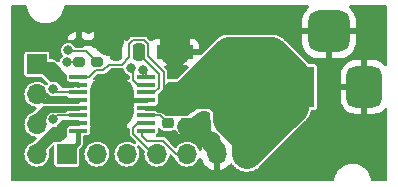
<source format=gtl>
%TF.GenerationSoftware,KiCad,Pcbnew,(6.0.5-0)*%
%TF.CreationDate,2023-01-17T15:21:48+09:00*%
%TF.ProjectId,stepper,73746570-7065-4722-9e6b-696361645f70,rev?*%
%TF.SameCoordinates,Original*%
%TF.FileFunction,Copper,L1,Top*%
%TF.FilePolarity,Positive*%
%FSLAX46Y46*%
G04 Gerber Fmt 4.6, Leading zero omitted, Abs format (unit mm)*
G04 Created by KiCad (PCBNEW (6.0.5-0)) date 2023-01-17 15:21:48*
%MOMM*%
%LPD*%
G01*
G04 APERTURE LIST*
G04 Aperture macros list*
%AMRoundRect*
0 Rectangle with rounded corners*
0 $1 Rounding radius*
0 $2 $3 $4 $5 $6 $7 $8 $9 X,Y pos of 4 corners*
0 Add a 4 corners polygon primitive as box body*
4,1,4,$2,$3,$4,$5,$6,$7,$8,$9,$2,$3,0*
0 Add four circle primitives for the rounded corners*
1,1,$1+$1,$2,$3*
1,1,$1+$1,$4,$5*
1,1,$1+$1,$6,$7*
1,1,$1+$1,$8,$9*
0 Add four rect primitives between the rounded corners*
20,1,$1+$1,$2,$3,$4,$5,0*
20,1,$1+$1,$4,$5,$6,$7,0*
20,1,$1+$1,$6,$7,$8,$9,0*
20,1,$1+$1,$8,$9,$2,$3,0*%
G04 Aperture macros list end*
%TA.AperFunction,SMDPad,CuDef*%
%ADD10RoundRect,0.100000X-0.675000X-0.100000X0.675000X-0.100000X0.675000X0.100000X-0.675000X0.100000X0*%
%TD*%
%TA.AperFunction,ComponentPad*%
%ADD11C,0.600000*%
%TD*%
%TA.AperFunction,SMDPad,CuDef*%
%ADD12R,3.000000X3.000000*%
%TD*%
%TA.AperFunction,ComponentPad*%
%ADD13R,1.700000X1.700000*%
%TD*%
%TA.AperFunction,ComponentPad*%
%ADD14O,1.700000X1.700000*%
%TD*%
%TA.AperFunction,SMDPad,CuDef*%
%ADD15RoundRect,0.250000X0.250000X0.475000X-0.250000X0.475000X-0.250000X-0.475000X0.250000X-0.475000X0*%
%TD*%
%TA.AperFunction,SMDPad,CuDef*%
%ADD16RoundRect,0.200000X0.275000X-0.200000X0.275000X0.200000X-0.275000X0.200000X-0.275000X-0.200000X0*%
%TD*%
%TA.AperFunction,ComponentPad*%
%ADD17R,3.500000X3.500000*%
%TD*%
%TA.AperFunction,ComponentPad*%
%ADD18RoundRect,0.750000X0.750000X1.000000X-0.750000X1.000000X-0.750000X-1.000000X0.750000X-1.000000X0*%
%TD*%
%TA.AperFunction,ComponentPad*%
%ADD19RoundRect,0.875000X0.875000X0.875000X-0.875000X0.875000X-0.875000X-0.875000X0.875000X-0.875000X0*%
%TD*%
%TA.AperFunction,SMDPad,CuDef*%
%ADD20RoundRect,0.225000X0.250000X-0.225000X0.250000X0.225000X-0.250000X0.225000X-0.250000X-0.225000X0*%
%TD*%
%TA.AperFunction,SMDPad,CuDef*%
%ADD21RoundRect,0.225000X-0.250000X0.225000X-0.250000X-0.225000X0.250000X-0.225000X0.250000X0.225000X0*%
%TD*%
%TA.AperFunction,SMDPad,CuDef*%
%ADD22RoundRect,0.250000X-0.250000X-0.475000X0.250000X-0.475000X0.250000X0.475000X-0.250000X0.475000X0*%
%TD*%
%TA.AperFunction,SMDPad,CuDef*%
%ADD23R,3.098800X1.219200*%
%TD*%
%TA.AperFunction,ViaPad*%
%ADD24C,0.800000*%
%TD*%
%TA.AperFunction,Conductor*%
%ADD25C,0.381000*%
%TD*%
%TA.AperFunction,Conductor*%
%ADD26C,2.540000*%
%TD*%
%TA.AperFunction,Conductor*%
%ADD27C,0.762000*%
%TD*%
%TA.AperFunction,Conductor*%
%ADD28C,1.524000*%
%TD*%
%TA.AperFunction,Conductor*%
%ADD29C,0.203200*%
%TD*%
G04 APERTURE END LIST*
D10*
%TO.P,U1,1,NSLEEP*%
%TO.N,/VIN*%
X146755000Y-98115000D03*
%TO.P,U1,2,AOUT1*%
%TO.N,Net-(J1-Pad1)*%
X146755000Y-98765000D03*
%TO.P,U1,3,SENA*%
%TO.N,Net-(RSENA1-Pad1)*%
X146755000Y-99415000D03*
%TO.P,U1,4,AOUT2*%
%TO.N,Net-(J1-Pad2)*%
X146755000Y-100065000D03*
%TO.P,U1,5,BOUT2*%
%TO.N,Net-(J1-Pad3)*%
X146755000Y-100715000D03*
%TO.P,U1,6,SENB*%
%TO.N,Net-(RSENB1-Pad1)*%
X146755000Y-101365000D03*
%TO.P,U1,7,BOUT1*%
%TO.N,Net-(J1-Pad4)*%
X146755000Y-102015000D03*
%TO.P,U1,8,FAULT*%
%TO.N,/FAULT*%
X146755000Y-102665000D03*
%TO.P,U1,9,BIN1*%
%TO.N,/BIN2*%
X152505000Y-102665000D03*
%TO.P,U1,10,BIN2*%
%TO.N,/BIN1*%
X152505000Y-102015000D03*
%TO.P,U1,11,BST*%
%TO.N,Net-(C2-Pad1)*%
X152505000Y-101365000D03*
%TO.P,U1,12,VIN*%
%TO.N,/VIN*%
X152505000Y-100715000D03*
%TO.P,U1,13,GND*%
%TO.N,GND*%
X152505000Y-100065000D03*
%TO.P,U1,14,VDD*%
%TO.N,Net-(C1-Pad2)*%
X152505000Y-99415000D03*
%TO.P,U1,15,AIN2*%
%TO.N,/AIN2*%
X152505000Y-98765000D03*
%TO.P,U1,16,AIN1*%
%TO.N,/AIN1*%
X152505000Y-98115000D03*
D11*
%TO.P,U1,17,EPAD*%
%TO.N,GND*%
X150830000Y-101590000D03*
X148430000Y-101590000D03*
X150830000Y-99190000D03*
X148430000Y-99190000D03*
D12*
X149630000Y-100390000D03*
%TD*%
D13*
%TO.P,J2,1,Pin_1*%
%TO.N,/FAULT*%
X145812000Y-104648000D03*
D14*
%TO.P,J2,2,Pin_2*%
%TO.N,/AIN1*%
X148352000Y-104648000D03*
%TO.P,J2,3,Pin_3*%
%TO.N,/AIN2*%
X150892000Y-104648000D03*
%TO.P,J2,4,Pin_4*%
%TO.N,/BIN1*%
X153432000Y-104648000D03*
%TO.P,J2,5,Pin_5*%
%TO.N,/BIN2*%
X155972000Y-104648000D03*
%TD*%
D13*
%TO.P,J3,1,Pin_1*%
%TO.N,/VIN*%
X161052000Y-104648000D03*
D14*
%TO.P,J3,2,Pin_2*%
%TO.N,GND*%
X158512000Y-104648000D03*
%TD*%
D13*
%TO.P,J1,1,Pin_1*%
%TO.N,Net-(J1-Pad1)*%
X143272000Y-97028000D03*
D14*
%TO.P,J1,2,Pin_2*%
%TO.N,Net-(J1-Pad2)*%
X143272000Y-99568000D03*
%TO.P,J1,3,Pin_3*%
%TO.N,Net-(J1-Pad3)*%
X143272000Y-102108000D03*
%TO.P,J1,4,Pin_4*%
%TO.N,Net-(J1-Pad4)*%
X143272000Y-104648000D03*
%TD*%
D15*
%TO.P,C4,1*%
%TO.N,/VIN*%
X159349988Y-101740000D03*
%TO.P,C4,2*%
%TO.N,GND*%
X157449988Y-101740000D03*
%TD*%
D16*
%TO.P,RSENB1,1*%
%TO.N,Net-(RSENB1-Pad1)*%
X148400008Y-96855009D03*
%TO.P,RSENB1,2*%
%TO.N,GND*%
X148400008Y-95205009D03*
%TD*%
D17*
%TO.P,J4,1*%
%TO.N,/VIN*%
X165000000Y-98957500D03*
D18*
%TO.P,J4,2*%
%TO.N,GND*%
X171000000Y-98957500D03*
D19*
%TO.P,J4,3*%
X168000000Y-94257500D03*
%TD*%
D20*
%TO.P,C2,1*%
%TO.N,Net-(C2-Pad1)*%
X154340001Y-102015006D03*
%TO.P,C2,2*%
%TO.N,/VIN*%
X154340001Y-100465006D03*
%TD*%
D21*
%TO.P,C5,1*%
%TO.N,/VIN*%
X155890011Y-100465006D03*
%TO.P,C5,2*%
%TO.N,GND*%
X155890011Y-102015006D03*
%TD*%
D22*
%TO.P,C1,1*%
%TO.N,GND*%
X149980000Y-96030009D03*
%TO.P,C1,2*%
%TO.N,Net-(C1-Pad2)*%
X151880000Y-96030009D03*
%TD*%
D16*
%TO.P,RSENA1,1*%
%TO.N,Net-(RSENA1-Pad1)*%
X146860006Y-96855009D03*
%TO.P,RSENA1,2*%
%TO.N,GND*%
X146860006Y-95205009D03*
%TD*%
D23*
%TO.P,C3,1*%
%TO.N,/VIN*%
X160042700Y-96010000D03*
%TO.P,C3,2*%
%TO.N,GND*%
X154937300Y-96010000D03*
%TD*%
D24*
%TO.N,GND*%
X154910000Y-97890000D03*
X144880000Y-95660000D03*
X146310000Y-92970000D03*
X149910000Y-92700000D03*
X151750000Y-94250000D03*
X158130000Y-92960000D03*
X157330000Y-95230000D03*
X161850000Y-93770000D03*
X165130000Y-93070000D03*
X170960000Y-95880000D03*
X172210000Y-93110000D03*
X167570000Y-97830000D03*
X164610000Y-104110000D03*
X169730000Y-103870000D03*
X166780000Y-102080000D03*
X172250000Y-101640000D03*
X172210000Y-105600000D03*
X167280000Y-106130000D03*
X162650000Y-106220000D03*
X152180000Y-105800000D03*
X147250000Y-105820000D03*
X142010000Y-106300000D03*
X142100000Y-101010000D03*
X141940000Y-95730000D03*
X141910000Y-93210000D03*
X149155000Y-95205009D03*
X154797500Y-94257500D03*
%TO.N,Net-(RSENB1-Pad1)*%
X145912760Y-95843659D03*
%TO.N,Net-(RSENA1-Pad1)*%
X145800000Y-96840000D03*
%TO.N,/AIN2*%
X151244764Y-97339411D03*
%TO.N,/AIN1*%
X152235381Y-97494619D03*
%TO.N,Net-(RSENA1-Pad1)*%
X144654125Y-99120703D03*
%TO.N,Net-(RSENB1-Pad1)*%
X144655760Y-101665789D03*
%TD*%
D25*
%TO.N,Net-(J1-Pad4)*%
X144780000Y-103170000D02*
X144290000Y-103170000D01*
X145083320Y-103170000D02*
X144780000Y-103170000D01*
X144780000Y-103170000D02*
X144500000Y-103170000D01*
X144290000Y-103170000D02*
X143640000Y-103820000D01*
X144500000Y-103170000D02*
X144330000Y-103170000D01*
X144330000Y-103170000D02*
X144670000Y-102830000D01*
X144670000Y-102830000D02*
X145060000Y-102830000D01*
X144500000Y-103420000D02*
X143272000Y-104648000D01*
X145331660Y-102111660D02*
X145331660Y-102921660D01*
X145485100Y-101958220D02*
X145331660Y-102111660D01*
X145331660Y-102921660D02*
X145083320Y-103170000D01*
X145331660Y-102111660D02*
X144933320Y-102510000D01*
X144500000Y-103170000D02*
X144500000Y-103420000D01*
X144933320Y-102510000D02*
X145270000Y-102510000D01*
X143272000Y-104648000D02*
X144515211Y-103404789D01*
X144515211Y-103404789D02*
X145180000Y-103404789D01*
X145932482Y-102015000D02*
X146755000Y-102015000D01*
X145586780Y-102998009D02*
X145586780Y-102360702D01*
X145180000Y-103404789D02*
X145586780Y-102998009D01*
X145586780Y-102360702D02*
X145932482Y-102015000D01*
X146755000Y-102015000D02*
X146698220Y-101958220D01*
X146698220Y-101958220D02*
X145485100Y-101958220D01*
X144933320Y-102510000D02*
X144628167Y-102510000D01*
X144628167Y-102510000D02*
X143272000Y-103866167D01*
X143272000Y-103866167D02*
X143272000Y-104648000D01*
%TO.N,Net-(J1-Pad2)*%
X145126086Y-99913914D02*
X144325565Y-99913914D01*
X145130180Y-99909820D02*
X145126086Y-99913914D01*
X145660000Y-99909820D02*
X145130180Y-99909820D01*
X145130180Y-99909820D02*
X144850000Y-99909820D01*
X144325565Y-99913914D02*
X144050825Y-99639174D01*
X146755000Y-100065000D02*
X145815180Y-100065000D01*
X144743461Y-99909820D02*
X144548720Y-100104561D01*
X145815180Y-100065000D02*
X145660000Y-99909820D01*
X144850000Y-99909820D02*
X144743461Y-99909820D01*
X146755000Y-100065000D02*
X146698220Y-100121780D01*
X146698220Y-100121780D02*
X145069500Y-100121780D01*
X145069500Y-100121780D02*
X145060000Y-100131280D01*
X145060000Y-100131280D02*
X143835280Y-100131280D01*
X143835280Y-100131280D02*
X143272000Y-99568000D01*
%TO.N,Net-(J1-Pad3)*%
X143272000Y-102108000D02*
X143272000Y-101598000D01*
X143272000Y-101598000D02*
X143910000Y-100960000D01*
X146755000Y-100715000D02*
X143883167Y-100715000D01*
X143883167Y-100715000D02*
X143272000Y-101326167D01*
X143272000Y-101326167D02*
X143272000Y-102108000D01*
X144329598Y-100870180D02*
X143862549Y-101337229D01*
X145725180Y-100715000D02*
X145570000Y-100870180D01*
X146755000Y-100715000D02*
X145725180Y-100715000D01*
X145570000Y-100870180D02*
X144329598Y-100870180D01*
X143862549Y-101337229D02*
X143862549Y-101490000D01*
%TO.N,Net-(J1-Pad1)*%
X144160000Y-97260000D02*
X144490000Y-97260000D01*
X144490000Y-97260000D02*
X145080000Y-97850000D01*
X145170000Y-98100000D02*
X145000000Y-98100000D01*
X145000000Y-98100000D02*
X144160000Y-97260000D01*
X144982685Y-98327492D02*
X145282596Y-98627404D01*
X145282596Y-98627404D02*
X145476973Y-98821780D01*
X145586780Y-98419298D02*
X145490702Y-98419298D01*
X145490702Y-98419298D02*
X145282596Y-98627404D01*
X143272000Y-97028000D02*
X143638000Y-97028000D01*
X143638000Y-97028000D02*
X144710000Y-98100000D01*
X144710000Y-98100000D02*
X145170000Y-98100000D01*
X145170000Y-98100000D02*
X145340000Y-98270000D01*
X146755000Y-98765000D02*
X146698220Y-98708220D01*
X146698220Y-98708220D02*
X145875702Y-98708220D01*
X145586780Y-98010702D02*
X144604078Y-97028000D01*
X145875702Y-98708220D02*
X145586780Y-98419298D01*
X145586780Y-98419298D02*
X145586780Y-98010702D01*
X144604078Y-97028000D02*
X143272000Y-97028000D01*
X143272000Y-97028000D02*
X143272000Y-97142000D01*
X143272000Y-97142000D02*
X144457492Y-98327492D01*
X144457492Y-98327492D02*
X144982685Y-98327492D01*
X145476973Y-98821780D02*
X146220000Y-98821780D01*
%TO.N,/VIN*%
X153327518Y-100715000D02*
X153482698Y-100870180D01*
X153482698Y-100870180D02*
X153894957Y-100870180D01*
X153894957Y-100870180D02*
X154196563Y-101171786D01*
X154196563Y-101171786D02*
X155896086Y-101171786D01*
X154973211Y-98683211D02*
X155100937Y-98683211D01*
X154478455Y-98683211D02*
X154973211Y-98683211D01*
D26*
X159492286Y-96010000D02*
X156816143Y-98686143D01*
X156816143Y-98686143D02*
X155960006Y-99542280D01*
D25*
X154973211Y-98683211D02*
X156813211Y-98683211D01*
X156813211Y-98683211D02*
X156816143Y-98686143D01*
X154079140Y-99082526D02*
X154478455Y-98683211D01*
X155100937Y-98683211D02*
X155960006Y-99542280D01*
X152505000Y-100715000D02*
X153327518Y-100715000D01*
X153327518Y-100715000D02*
X153673220Y-100369298D01*
X153673220Y-100369298D02*
X153673220Y-99643356D01*
X153673220Y-99643356D02*
X154079140Y-99237436D01*
X154079140Y-99237436D02*
X154079140Y-99082526D01*
D27*
%TO.N,GND*%
X157449988Y-101740000D02*
X157105988Y-101396000D01*
X157105988Y-101396000D02*
X157065556Y-101396000D01*
X157065556Y-101396000D02*
X156580000Y-101881556D01*
X156580000Y-101881556D02*
X156580000Y-102327006D01*
D28*
X158512000Y-104259006D02*
X157656497Y-103403503D01*
X157656497Y-103403503D02*
X156580000Y-102327006D01*
D27*
X157449988Y-101740000D02*
X157568988Y-101859000D01*
X157568988Y-101859000D02*
X157568988Y-103315994D01*
X157568988Y-103315994D02*
X157656497Y-103403503D01*
D28*
X158512000Y-104648000D02*
X158512000Y-104259006D01*
X156580000Y-102327006D02*
X155890011Y-102327006D01*
D26*
X149360000Y-94810000D02*
X149360000Y-95080000D01*
D25*
X149155000Y-95205009D02*
X149980000Y-96030009D01*
D26*
X154937300Y-96010000D02*
X154937300Y-94397300D01*
X154937300Y-94397300D02*
X154797500Y-94257500D01*
D25*
X148400008Y-95205009D02*
X149155000Y-95205009D01*
X146860006Y-95205009D02*
X148400008Y-95205009D01*
X152505000Y-100065000D02*
X149955000Y-100065000D01*
X149955000Y-100065000D02*
X149630000Y-100390000D01*
D26*
X149604405Y-102615595D02*
X149604405Y-101670155D01*
X149604405Y-101670155D02*
X150257280Y-101017280D01*
X149604405Y-102615595D02*
X149630000Y-102590000D01*
X149630000Y-102590000D02*
X149630000Y-100390000D01*
X149604405Y-102615595D02*
X149002720Y-102013910D01*
X149002720Y-102013910D02*
X149002720Y-101572720D01*
X149630000Y-100390000D02*
X150257280Y-100390000D01*
X150257280Y-100390000D02*
X150257280Y-99440498D01*
X149002720Y-100272720D02*
X149002720Y-99313559D01*
X149120000Y-100390000D02*
X149002720Y-100272720D01*
X149002720Y-99313559D02*
X149630000Y-100390000D01*
X149630000Y-100390000D02*
X149120000Y-100390000D01*
X149630000Y-99227641D02*
X149536008Y-99133649D01*
X149630000Y-100390000D02*
X149630000Y-99227641D01*
X149070000Y-101640000D02*
X149002720Y-101572720D01*
X149630000Y-100390000D02*
X150257280Y-101017280D01*
X149002720Y-100613559D02*
X149634560Y-101640000D01*
X150257280Y-101017280D02*
X149634560Y-101640000D01*
X149002720Y-101572720D02*
X149002720Y-100613559D01*
X149634560Y-101640000D02*
X149070000Y-101640000D01*
X150173391Y-99356609D02*
X150173391Y-99846609D01*
X150173391Y-99846609D02*
X149630000Y-100390000D01*
%TO.N,/VIN*%
X160042700Y-96010000D02*
X159492286Y-96010000D01*
X159812700Y-97512700D02*
X159812700Y-99192700D01*
X159812700Y-96240000D02*
X159812700Y-97512700D01*
X159812700Y-97512700D02*
X161792700Y-97512700D01*
X161792700Y-97512700D02*
X163237500Y-98957500D01*
X160042700Y-96010000D02*
X159812700Y-96240000D01*
X163200000Y-96020000D02*
X160052700Y-96020000D01*
X160052700Y-96020000D02*
X160042700Y-96010000D01*
X165000000Y-98957500D02*
X165000000Y-97820000D01*
D29*
X148240671Y-97559329D02*
X148883904Y-97559329D01*
X148883904Y-97559329D02*
X149383904Y-97059329D01*
X147685000Y-98115000D02*
X148240671Y-97559329D01*
X149383904Y-97059329D02*
X150459606Y-97059329D01*
X150459606Y-97059329D02*
X151075680Y-96443255D01*
X151075680Y-96443255D02*
X151075680Y-95325403D01*
X146755000Y-98115000D02*
X147685000Y-98115000D01*
X151075680Y-95325403D02*
X151400394Y-95000689D01*
X151400394Y-95000689D02*
X152359606Y-95000689D01*
X152359606Y-95000689D02*
X152684320Y-95325403D01*
X152684320Y-95325403D02*
X152684320Y-96373468D01*
X152684320Y-96373468D02*
X153990240Y-97679388D01*
X153990240Y-97679388D02*
X153990240Y-99082526D01*
X153990240Y-99082526D02*
X155000000Y-100092286D01*
%TO.N,Net-(RSENB1-Pad1)*%
X145912760Y-95843659D02*
X145978430Y-95909329D01*
X145978430Y-95909329D02*
X147454328Y-95909329D01*
X147454328Y-95909329D02*
X148400008Y-96855009D01*
%TO.N,Net-(RSENA1-Pad1)*%
X146844997Y-96840000D02*
X146860006Y-96855009D01*
X145800000Y-96840000D02*
X146844997Y-96840000D01*
D25*
%TO.N,/FAULT*%
X146755000Y-102665000D02*
X146755000Y-103705000D01*
X146755000Y-103705000D02*
X145812000Y-104648000D01*
%TO.N,/VIN*%
X152505000Y-100715000D02*
X154377286Y-100715000D01*
X154377286Y-100715000D02*
X155000000Y-100092286D01*
D29*
%TO.N,Net-(C2-Pad1)*%
X154340001Y-102015006D02*
X153689995Y-101365000D01*
X153689995Y-101365000D02*
X152505000Y-101365000D01*
%TO.N,/BIN2*%
X152505000Y-102665000D02*
X152175000Y-102665000D01*
X152557747Y-103493689D02*
X153910132Y-103493689D01*
X155064443Y-104648000D02*
X155972000Y-104648000D01*
X152175000Y-102665000D02*
X152175000Y-103110942D01*
X152175000Y-103110942D02*
X152557747Y-103493689D01*
X153910132Y-103493689D02*
X155064443Y-104648000D01*
%TO.N,/BIN1*%
X152505000Y-102015000D02*
X151808206Y-102015000D01*
X151808206Y-102015000D02*
X151425680Y-102397526D01*
X151425680Y-102397526D02*
X151425680Y-102935680D01*
X151425680Y-102935680D02*
X153138000Y-104648000D01*
X153138000Y-104648000D02*
X153432000Y-104648000D01*
%TO.N,/AIN2*%
X151425680Y-97520327D02*
X151244764Y-97339411D01*
X151425680Y-98382474D02*
X151425680Y-97520327D01*
X152505000Y-98765000D02*
X151808206Y-98765000D01*
X151808206Y-98765000D02*
X151425680Y-98382474D01*
%TO.N,/AIN1*%
X152505000Y-97764238D02*
X152235381Y-97494619D01*
X152505000Y-98115000D02*
X152505000Y-97764238D01*
%TO.N,Net-(C1-Pad2)*%
X153201794Y-99415000D02*
X153584320Y-99032474D01*
X151880000Y-96143206D02*
X151880000Y-96030009D01*
X152505000Y-99415000D02*
X153201794Y-99415000D01*
X153584320Y-99032474D02*
X153584320Y-97847526D01*
X153584320Y-97847526D02*
X151880000Y-96143206D01*
D26*
%TO.N,/VIN*%
X165000000Y-98957500D02*
X163237500Y-98957500D01*
X163200000Y-96020000D02*
X165000000Y-97820000D01*
X156970000Y-99542280D02*
X158413561Y-99542280D01*
X158413561Y-99542280D02*
X159422708Y-100551427D01*
X159422708Y-100551427D02*
X159422708Y-101740000D01*
X159812700Y-99192700D02*
X161990000Y-101370000D01*
X161052000Y-104648000D02*
X161052000Y-103369292D01*
X161052000Y-103369292D02*
X159422708Y-101740000D01*
X165000000Y-98957500D02*
X165000000Y-100700000D01*
X165000000Y-100700000D02*
X161052000Y-104648000D01*
X155960006Y-99879994D02*
X155747714Y-100092286D01*
X155960006Y-99542280D02*
X155960006Y-99879994D01*
X155000000Y-100092286D02*
X154890000Y-100092286D01*
X164415220Y-99542280D02*
X156970000Y-99542280D01*
X165000000Y-98957500D02*
X164415220Y-99542280D01*
X156970000Y-99542280D02*
X155960006Y-99542280D01*
D29*
%TO.N,Net-(RSENA1-Pad1)*%
X144948422Y-99415000D02*
X144654125Y-99120703D01*
X146755000Y-99415000D02*
X144948422Y-99415000D01*
%TO.N,Net-(RSENB1-Pad1)*%
X144956549Y-101365000D02*
X144655760Y-101665789D01*
X146755000Y-101365000D02*
X144956549Y-101365000D01*
%TD*%
%TA.AperFunction,Conductor*%
%TO.N,GND*%
G36*
X142400146Y-92070502D02*
G01*
X142446639Y-92124158D01*
X142457673Y-92167083D01*
X142459048Y-92185436D01*
X142461159Y-92213597D01*
X142462518Y-92231738D01*
X142514230Y-92458299D01*
X142515952Y-92462687D01*
X142515954Y-92462693D01*
X142592629Y-92658059D01*
X142599130Y-92674623D01*
X142601490Y-92678710D01*
X142701536Y-92851995D01*
X142715324Y-92875877D01*
X142718256Y-92879554D01*
X142718259Y-92879558D01*
X142812119Y-92997254D01*
X142860216Y-93057565D01*
X143030568Y-93215629D01*
X143034464Y-93218285D01*
X143034470Y-93218290D01*
X143218680Y-93343882D01*
X143222576Y-93346538D01*
X143226821Y-93348582D01*
X143226824Y-93348584D01*
X143427701Y-93445321D01*
X143431950Y-93447367D01*
X143654014Y-93515865D01*
X143658664Y-93516566D01*
X143658669Y-93516567D01*
X143756675Y-93531338D01*
X143883806Y-93550500D01*
X144116194Y-93550500D01*
X144243325Y-93531338D01*
X144341331Y-93516567D01*
X144341336Y-93516566D01*
X144345986Y-93515865D01*
X144568050Y-93447367D01*
X144572299Y-93445321D01*
X144773176Y-93348584D01*
X144773179Y-93348582D01*
X144777424Y-93346538D01*
X144781320Y-93343882D01*
X144965530Y-93218290D01*
X144965536Y-93218285D01*
X144969432Y-93215629D01*
X145139784Y-93057565D01*
X145187881Y-92997254D01*
X145281741Y-92879558D01*
X145281744Y-92879554D01*
X145284676Y-92875877D01*
X145298465Y-92851995D01*
X145398510Y-92678710D01*
X145400870Y-92674623D01*
X145407371Y-92658059D01*
X145484046Y-92462693D01*
X145484048Y-92462687D01*
X145485770Y-92458299D01*
X145537482Y-92231738D01*
X145538842Y-92213597D01*
X145540952Y-92185436D01*
X145542327Y-92167083D01*
X145567364Y-92100649D01*
X145624344Y-92058295D01*
X145667975Y-92050500D01*
X166214297Y-92050500D01*
X166282418Y-92070502D01*
X166328911Y-92124158D01*
X166339015Y-92194432D01*
X166309521Y-92259012D01*
X166295541Y-92272809D01*
X166147608Y-92397601D01*
X166140101Y-92405108D01*
X165995646Y-92576351D01*
X165989493Y-92585040D01*
X165875962Y-92778162D01*
X165871364Y-92787760D01*
X165791994Y-92997254D01*
X165789080Y-93007482D01*
X165745955Y-93228311D01*
X165744882Y-93236955D01*
X165742091Y-93288484D01*
X165742000Y-93291870D01*
X165742000Y-93985385D01*
X165746475Y-94000624D01*
X165747865Y-94001829D01*
X165755548Y-94003500D01*
X170239885Y-94003500D01*
X170255124Y-93999025D01*
X170256329Y-93997635D01*
X170258000Y-93989952D01*
X170258000Y-93291870D01*
X170257909Y-93288484D01*
X170255118Y-93236955D01*
X170254045Y-93228311D01*
X170210920Y-93007482D01*
X170208006Y-92997254D01*
X170128636Y-92787760D01*
X170124038Y-92778162D01*
X170010507Y-92585040D01*
X170004354Y-92576351D01*
X169859899Y-92405108D01*
X169852392Y-92397601D01*
X169704459Y-92272809D01*
X169665288Y-92213597D01*
X169664347Y-92142606D01*
X169701936Y-92082377D01*
X169766121Y-92052031D01*
X169785703Y-92050500D01*
X172823500Y-92050500D01*
X172891621Y-92070502D01*
X172938114Y-92124158D01*
X172949500Y-92176500D01*
X172949500Y-97076881D01*
X172929498Y-97145002D01*
X172875842Y-97191495D01*
X172805568Y-97201599D01*
X172740988Y-97172105D01*
X172726315Y-97155781D01*
X172725800Y-97156211D01*
X172715024Y-97143324D01*
X172564176Y-96992476D01*
X172555597Y-96985303D01*
X172380412Y-96863546D01*
X172370705Y-96858010D01*
X172176731Y-96769201D01*
X172166185Y-96765467D01*
X171959321Y-96712353D01*
X171948766Y-96710582D01*
X171815070Y-96699707D01*
X171809964Y-96699500D01*
X171272115Y-96699500D01*
X171256876Y-96703975D01*
X171255671Y-96705365D01*
X171254000Y-96713048D01*
X171254000Y-101197384D01*
X171258475Y-101212623D01*
X171259865Y-101213828D01*
X171267548Y-101215499D01*
X171809961Y-101215499D01*
X171815071Y-101215291D01*
X171948767Y-101204418D01*
X171959320Y-101202648D01*
X172166185Y-101149533D01*
X172176731Y-101145799D01*
X172370705Y-101056990D01*
X172380412Y-101051454D01*
X172555597Y-100929697D01*
X172564176Y-100922524D01*
X172715024Y-100771676D01*
X172725800Y-100758789D01*
X172727491Y-100760203D01*
X172775351Y-100721682D01*
X172845945Y-100714134D01*
X172909413Y-100745951D01*
X172945604Y-100807030D01*
X172949500Y-100838119D01*
X172949500Y-106823500D01*
X172929498Y-106891621D01*
X172875842Y-106938114D01*
X172823500Y-106949500D01*
X171667975Y-106949500D01*
X171599854Y-106929498D01*
X171553361Y-106875842D01*
X171542327Y-106832916D01*
X171541622Y-106823500D01*
X171537482Y-106768262D01*
X171485770Y-106541701D01*
X171400870Y-106325377D01*
X171345724Y-106229861D01*
X171287032Y-106128203D01*
X171287029Y-106128199D01*
X171284676Y-106124123D01*
X171281744Y-106120446D01*
X171281741Y-106120442D01*
X171142719Y-105946115D01*
X171142717Y-105946113D01*
X171139784Y-105942435D01*
X171098827Y-105904432D01*
X170972894Y-105787583D01*
X170972892Y-105787581D01*
X170969432Y-105784371D01*
X170965536Y-105781715D01*
X170965530Y-105781710D01*
X170781320Y-105656118D01*
X170781318Y-105656117D01*
X170777424Y-105653462D01*
X170773179Y-105651418D01*
X170773176Y-105651416D01*
X170572299Y-105554679D01*
X170572297Y-105554678D01*
X170568050Y-105552633D01*
X170345986Y-105484135D01*
X170341336Y-105483434D01*
X170341331Y-105483433D01*
X170240913Y-105468298D01*
X170116194Y-105449500D01*
X169883806Y-105449500D01*
X169759087Y-105468298D01*
X169658669Y-105483433D01*
X169658664Y-105483434D01*
X169654014Y-105484135D01*
X169431950Y-105552633D01*
X169427703Y-105554678D01*
X169427701Y-105554679D01*
X169226824Y-105651416D01*
X169226821Y-105651418D01*
X169222576Y-105653462D01*
X169218682Y-105656117D01*
X169218680Y-105656118D01*
X169034470Y-105781710D01*
X169034464Y-105781715D01*
X169030568Y-105784371D01*
X169027108Y-105787581D01*
X169027106Y-105787583D01*
X168901173Y-105904432D01*
X168860216Y-105942435D01*
X168857283Y-105946113D01*
X168857281Y-105946115D01*
X168718259Y-106120442D01*
X168718256Y-106120446D01*
X168715324Y-106124123D01*
X168712971Y-106128199D01*
X168712968Y-106128203D01*
X168654276Y-106229861D01*
X168599130Y-106325377D01*
X168514230Y-106541701D01*
X168462518Y-106768262D01*
X168458379Y-106823500D01*
X168457673Y-106832916D01*
X168432636Y-106899351D01*
X168375656Y-106941705D01*
X168332025Y-106949500D01*
X141176500Y-106949500D01*
X141108379Y-106929498D01*
X141061886Y-106875842D01*
X141050500Y-106823500D01*
X141050500Y-104633217D01*
X142213305Y-104633217D01*
X142213821Y-104639361D01*
X142230080Y-104832994D01*
X142230081Y-104832999D01*
X142230596Y-104839133D01*
X142252237Y-104914604D01*
X142285857Y-105031848D01*
X142287555Y-105037770D01*
X142382010Y-105221560D01*
X142385835Y-105226386D01*
X142385837Y-105226389D01*
X142417862Y-105266794D01*
X142510364Y-105383503D01*
X142515057Y-105387497D01*
X142515058Y-105387498D01*
X142609999Y-105468298D01*
X142667730Y-105517431D01*
X142848111Y-105618243D01*
X143044639Y-105682099D01*
X143249826Y-105706566D01*
X143255961Y-105706094D01*
X143255963Y-105706094D01*
X143449715Y-105691185D01*
X143449718Y-105691184D01*
X143455858Y-105690712D01*
X143654887Y-105635143D01*
X143839332Y-105541973D01*
X143858542Y-105526965D01*
X143997307Y-105418550D01*
X143997308Y-105418549D01*
X144002168Y-105414752D01*
X144137191Y-105258325D01*
X144239260Y-105078652D01*
X144304486Y-104882575D01*
X144330385Y-104677563D01*
X144330798Y-104648000D01*
X144310633Y-104442345D01*
X144308851Y-104436442D01*
X144308851Y-104436441D01*
X144268541Y-104302928D01*
X144268000Y-104231933D01*
X144300068Y-104177415D01*
X144543205Y-103934278D01*
X144605517Y-103900252D01*
X144676332Y-103905317D01*
X144733168Y-103947864D01*
X144757979Y-104014384D01*
X144758300Y-104023373D01*
X144758300Y-105518064D01*
X144770119Y-105577480D01*
X144815140Y-105644860D01*
X144825455Y-105651752D01*
X144868024Y-105680195D01*
X144882520Y-105689881D01*
X144941936Y-105701700D01*
X146682064Y-105701700D01*
X146741480Y-105689881D01*
X146755977Y-105680195D01*
X146798545Y-105651752D01*
X146808860Y-105644860D01*
X146853881Y-105577480D01*
X146865700Y-105518064D01*
X146865700Y-104633217D01*
X147293305Y-104633217D01*
X147293821Y-104639361D01*
X147310080Y-104832994D01*
X147310081Y-104832999D01*
X147310596Y-104839133D01*
X147332237Y-104914604D01*
X147365857Y-105031848D01*
X147367555Y-105037770D01*
X147462010Y-105221560D01*
X147465835Y-105226386D01*
X147465837Y-105226389D01*
X147497862Y-105266794D01*
X147590364Y-105383503D01*
X147595057Y-105387497D01*
X147595058Y-105387498D01*
X147689999Y-105468298D01*
X147747730Y-105517431D01*
X147928111Y-105618243D01*
X148124639Y-105682099D01*
X148329826Y-105706566D01*
X148335961Y-105706094D01*
X148335963Y-105706094D01*
X148529715Y-105691185D01*
X148529718Y-105691184D01*
X148535858Y-105690712D01*
X148734887Y-105635143D01*
X148919332Y-105541973D01*
X148938542Y-105526965D01*
X149077307Y-105418550D01*
X149077308Y-105418549D01*
X149082168Y-105414752D01*
X149217191Y-105258325D01*
X149319260Y-105078652D01*
X149384486Y-104882575D01*
X149410385Y-104677563D01*
X149410798Y-104648000D01*
X149390633Y-104442345D01*
X149388851Y-104436441D01*
X149332688Y-104250422D01*
X149332687Y-104250420D01*
X149330907Y-104244523D01*
X149252414Y-104096899D01*
X149236789Y-104067512D01*
X149236787Y-104067509D01*
X149233895Y-104062070D01*
X149230005Y-104057300D01*
X149230002Y-104057296D01*
X149107187Y-103906710D01*
X149107184Y-103906707D01*
X149103292Y-103901935D01*
X149098543Y-103898006D01*
X148948822Y-103774146D01*
X148948819Y-103774144D01*
X148944072Y-103770217D01*
X148762301Y-103671933D01*
X148618166Y-103627316D01*
X148570788Y-103612650D01*
X148570785Y-103612649D01*
X148564901Y-103610828D01*
X148558776Y-103610184D01*
X148558775Y-103610184D01*
X148365520Y-103589872D01*
X148365519Y-103589872D01*
X148359392Y-103589228D01*
X148232582Y-103600768D01*
X148159742Y-103607397D01*
X148159741Y-103607397D01*
X148153601Y-103607956D01*
X147955367Y-103666300D01*
X147772241Y-103762036D01*
X147767441Y-103765896D01*
X147767440Y-103765896D01*
X147731582Y-103794727D01*
X147611198Y-103891518D01*
X147607239Y-103896236D01*
X147607238Y-103896237D01*
X147537188Y-103979719D01*
X147478371Y-104049814D01*
X147475408Y-104055203D01*
X147475405Y-104055208D01*
X147431071Y-104135852D01*
X147378821Y-104230895D01*
X147316339Y-104427864D01*
X147315653Y-104433981D01*
X147315652Y-104433985D01*
X147309292Y-104490689D01*
X147293305Y-104633217D01*
X146865700Y-104633217D01*
X146865700Y-104203973D01*
X146885702Y-104135852D01*
X146902605Y-104114878D01*
X147077890Y-103939593D01*
X147087649Y-103920440D01*
X147097980Y-103903583D01*
X147104783Y-103894219D01*
X147104784Y-103894217D01*
X147110613Y-103886194D01*
X147113676Y-103876767D01*
X147113679Y-103876761D01*
X147117257Y-103865748D01*
X147124823Y-103847481D01*
X147130080Y-103837164D01*
X147134580Y-103828333D01*
X147137943Y-103807099D01*
X147142556Y-103787883D01*
X147149200Y-103767436D01*
X147149200Y-103194699D01*
X147169202Y-103126578D01*
X147222858Y-103080085D01*
X147275200Y-103068699D01*
X147475122Y-103068699D01*
X147478819Y-103068259D01*
X147478825Y-103068259D01*
X147492208Y-103066667D01*
X147501601Y-103065550D01*
X147604997Y-103019623D01*
X147684928Y-102939553D01*
X147730674Y-102836076D01*
X147733700Y-102810123D01*
X147733699Y-102519878D01*
X147730550Y-102493399D01*
X147729884Y-102491900D01*
X147731048Y-102425054D01*
X147770467Y-102366006D01*
X147835551Y-102337642D01*
X147895537Y-102344671D01*
X148012391Y-102388478D01*
X148027649Y-102392105D01*
X148078514Y-102397631D01*
X148085328Y-102398000D01*
X148367618Y-102398000D01*
X148384283Y-102399107D01*
X148405991Y-102402004D01*
X148419986Y-102402297D01*
X148461494Y-102398519D01*
X148472914Y-102398000D01*
X149357885Y-102398000D01*
X149373124Y-102393525D01*
X149374329Y-102392135D01*
X149376000Y-102384452D01*
X149376000Y-98400116D01*
X149371525Y-98384877D01*
X149370135Y-98383672D01*
X149362452Y-98382001D01*
X148485885Y-98382001D01*
X148470966Y-98381115D01*
X148442670Y-98377741D01*
X148428673Y-98377643D01*
X148393776Y-98381311D01*
X148380605Y-98382001D01*
X148153948Y-98382001D01*
X148085827Y-98361999D01*
X148039334Y-98308343D01*
X148029230Y-98238069D01*
X148058724Y-98173489D01*
X148064853Y-98166906D01*
X148330225Y-97901534D01*
X148392537Y-97867508D01*
X148419320Y-97864629D01*
X148830614Y-97864629D01*
X148833439Y-97864836D01*
X148838532Y-97866585D01*
X148888261Y-97864718D01*
X148892987Y-97864629D01*
X148912297Y-97864629D01*
X148917084Y-97863737D01*
X148920802Y-97863496D01*
X148952186Y-97862318D01*
X148962878Y-97857724D01*
X148966963Y-97856804D01*
X148980379Y-97852728D01*
X148984278Y-97851223D01*
X148995715Y-97849093D01*
X149017157Y-97835876D01*
X149033536Y-97827368D01*
X149048508Y-97820936D01*
X149048512Y-97820933D01*
X149056683Y-97817423D01*
X149061648Y-97813344D01*
X149063974Y-97811018D01*
X149064089Y-97810927D01*
X149066097Y-97809106D01*
X149066220Y-97809242D01*
X149076154Y-97801389D01*
X149082627Y-97795519D01*
X149092532Y-97789414D01*
X149109436Y-97767184D01*
X149120637Y-97754355D01*
X149473460Y-97401533D01*
X149535772Y-97367508D01*
X149562555Y-97364629D01*
X150406316Y-97364629D01*
X150409141Y-97364836D01*
X150414234Y-97366585D01*
X150463963Y-97364718D01*
X150468689Y-97364629D01*
X150487999Y-97364629D01*
X150492786Y-97363737D01*
X150496504Y-97363496D01*
X150503541Y-97363232D01*
X150523655Y-97362477D01*
X150592478Y-97379910D01*
X150640951Y-97431784D01*
X150653303Y-97471942D01*
X150656603Y-97497008D01*
X150659762Y-97504635D01*
X150659763Y-97504638D01*
X150676952Y-97546135D01*
X150717433Y-97643865D01*
X150737721Y-97670305D01*
X150805575Y-97758734D01*
X150814200Y-97769975D01*
X150940309Y-97866742D01*
X151000991Y-97891877D01*
X151042598Y-97909111D01*
X151097879Y-97953659D01*
X151120380Y-98025520D01*
X151120380Y-98256000D01*
X151100378Y-98324121D01*
X151046722Y-98370614D01*
X150994380Y-98382000D01*
X150885877Y-98382000D01*
X150870959Y-98381114D01*
X150842670Y-98377741D01*
X150828673Y-98377643D01*
X150793783Y-98381310D01*
X150780613Y-98382000D01*
X149902115Y-98382000D01*
X149886876Y-98386475D01*
X149885671Y-98387865D01*
X149884000Y-98395548D01*
X149884000Y-102379884D01*
X149888475Y-102395123D01*
X149889865Y-102396328D01*
X149897548Y-102397999D01*
X150767610Y-102397999D01*
X150784275Y-102399106D01*
X150805990Y-102402004D01*
X150819986Y-102402297D01*
X150861503Y-102398518D01*
X150872923Y-102397999D01*
X150994380Y-102397999D01*
X151062501Y-102418001D01*
X151108994Y-102471657D01*
X151120380Y-102523999D01*
X151120380Y-102882390D01*
X151120173Y-102885215D01*
X151118424Y-102890308D01*
X151120273Y-102939553D01*
X151120291Y-102940036D01*
X151120380Y-102944763D01*
X151120380Y-102964073D01*
X151121272Y-102968860D01*
X151121513Y-102972578D01*
X151122691Y-103003962D01*
X151127285Y-103014654D01*
X151128205Y-103018739D01*
X151132281Y-103032155D01*
X151133786Y-103036054D01*
X151135916Y-103047491D01*
X151144681Y-103061710D01*
X151149133Y-103068933D01*
X151157641Y-103085312D01*
X151164073Y-103100284D01*
X151164076Y-103100288D01*
X151167586Y-103108459D01*
X151171665Y-103113424D01*
X151173991Y-103115750D01*
X151174082Y-103115865D01*
X151175903Y-103117873D01*
X151175767Y-103117996D01*
X151183620Y-103127930D01*
X151189490Y-103134403D01*
X151195595Y-103144308D01*
X151217838Y-103161222D01*
X151230657Y-103172416D01*
X151623148Y-103564907D01*
X151657174Y-103627219D01*
X151652109Y-103698034D01*
X151609562Y-103754870D01*
X151543042Y-103779681D01*
X151474124Y-103764838D01*
X151350573Y-103698034D01*
X151302301Y-103671933D01*
X151158166Y-103627316D01*
X151110788Y-103612650D01*
X151110785Y-103612649D01*
X151104901Y-103610828D01*
X151098776Y-103610184D01*
X151098775Y-103610184D01*
X150905520Y-103589872D01*
X150905519Y-103589872D01*
X150899392Y-103589228D01*
X150772582Y-103600768D01*
X150699742Y-103607397D01*
X150699741Y-103607397D01*
X150693601Y-103607956D01*
X150495367Y-103666300D01*
X150312241Y-103762036D01*
X150307441Y-103765896D01*
X150307440Y-103765896D01*
X150271582Y-103794727D01*
X150151198Y-103891518D01*
X150147239Y-103896236D01*
X150147238Y-103896237D01*
X150077188Y-103979719D01*
X150018371Y-104049814D01*
X150015408Y-104055203D01*
X150015405Y-104055208D01*
X149971071Y-104135852D01*
X149918821Y-104230895D01*
X149856339Y-104427864D01*
X149855653Y-104433981D01*
X149855652Y-104433985D01*
X149849292Y-104490689D01*
X149833305Y-104633217D01*
X149833821Y-104639361D01*
X149850080Y-104832994D01*
X149850081Y-104832999D01*
X149850596Y-104839133D01*
X149872237Y-104914604D01*
X149905857Y-105031848D01*
X149907555Y-105037770D01*
X150002010Y-105221560D01*
X150005835Y-105226386D01*
X150005837Y-105226389D01*
X150037862Y-105266794D01*
X150130364Y-105383503D01*
X150135057Y-105387497D01*
X150135058Y-105387498D01*
X150229999Y-105468298D01*
X150287730Y-105517431D01*
X150468111Y-105618243D01*
X150664639Y-105682099D01*
X150869826Y-105706566D01*
X150875961Y-105706094D01*
X150875963Y-105706094D01*
X151069715Y-105691185D01*
X151069718Y-105691184D01*
X151075858Y-105690712D01*
X151274887Y-105635143D01*
X151459332Y-105541973D01*
X151478542Y-105526965D01*
X151617307Y-105418550D01*
X151617308Y-105418549D01*
X151622168Y-105414752D01*
X151757191Y-105258325D01*
X151859260Y-105078652D01*
X151924486Y-104882575D01*
X151950385Y-104677563D01*
X151950798Y-104648000D01*
X151930633Y-104442345D01*
X151928851Y-104436441D01*
X151872688Y-104250422D01*
X151872687Y-104250420D01*
X151870907Y-104244523D01*
X151776368Y-104066721D01*
X151762048Y-103997184D01*
X151787596Y-103930943D01*
X151844900Y-103889031D01*
X151915768Y-103884753D01*
X151976714Y-103918473D01*
X152364206Y-104305965D01*
X152398232Y-104368277D01*
X152398358Y-104421255D01*
X152398202Y-104421991D01*
X152396339Y-104427864D01*
X152395653Y-104433981D01*
X152395652Y-104433985D01*
X152389292Y-104490689D01*
X152373305Y-104633217D01*
X152373821Y-104639361D01*
X152390080Y-104832994D01*
X152390081Y-104832999D01*
X152390596Y-104839133D01*
X152412237Y-104914604D01*
X152445857Y-105031848D01*
X152447555Y-105037770D01*
X152542010Y-105221560D01*
X152545835Y-105226386D01*
X152545837Y-105226389D01*
X152577862Y-105266794D01*
X152670364Y-105383503D01*
X152675057Y-105387497D01*
X152675058Y-105387498D01*
X152769999Y-105468298D01*
X152827730Y-105517431D01*
X153008111Y-105618243D01*
X153204639Y-105682099D01*
X153409826Y-105706566D01*
X153415961Y-105706094D01*
X153415963Y-105706094D01*
X153609715Y-105691185D01*
X153609718Y-105691184D01*
X153615858Y-105690712D01*
X153814887Y-105635143D01*
X153999332Y-105541973D01*
X154018542Y-105526965D01*
X154157307Y-105418550D01*
X154157308Y-105418549D01*
X154162168Y-105414752D01*
X154297191Y-105258325D01*
X154399260Y-105078652D01*
X154464486Y-104882575D01*
X154477426Y-104780146D01*
X154505808Y-104715069D01*
X154564868Y-104675668D01*
X154635854Y-104674451D01*
X154691527Y-104706843D01*
X154810880Y-104826196D01*
X154812734Y-104828343D01*
X154815098Y-104833180D01*
X154823627Y-104841092D01*
X154823628Y-104841093D01*
X154851594Y-104867035D01*
X154854999Y-104870315D01*
X154868640Y-104883956D01*
X154872656Y-104886711D01*
X154875450Y-104889164D01*
X154898480Y-104910528D01*
X154909286Y-104914839D01*
X154919120Y-104921056D01*
X154917049Y-104924332D01*
X154956315Y-104955126D01*
X154974895Y-104993620D01*
X154987555Y-105037770D01*
X155082010Y-105221560D01*
X155085835Y-105226386D01*
X155085837Y-105226389D01*
X155117862Y-105266794D01*
X155210364Y-105383503D01*
X155215057Y-105387497D01*
X155215058Y-105387498D01*
X155309999Y-105468298D01*
X155367730Y-105517431D01*
X155548111Y-105618243D01*
X155744639Y-105682099D01*
X155949826Y-105706566D01*
X155955961Y-105706094D01*
X155955963Y-105706094D01*
X156149715Y-105691185D01*
X156149718Y-105691184D01*
X156155858Y-105690712D01*
X156354887Y-105635143D01*
X156539332Y-105541973D01*
X156558542Y-105526965D01*
X156697307Y-105418550D01*
X156697308Y-105418549D01*
X156702168Y-105414752D01*
X156837191Y-105258325D01*
X156939260Y-105078652D01*
X156961858Y-105010720D01*
X157002338Y-104952398D01*
X157067926Y-104925218D01*
X157137796Y-104937812D01*
X157189766Y-104986182D01*
X157204332Y-105022791D01*
X157210566Y-105050451D01*
X157213645Y-105060275D01*
X157293770Y-105257603D01*
X157298413Y-105266794D01*
X157409694Y-105448388D01*
X157415777Y-105456699D01*
X157555213Y-105617667D01*
X157562580Y-105624883D01*
X157726434Y-105760916D01*
X157734881Y-105766831D01*
X157918756Y-105874279D01*
X157928042Y-105878729D01*
X158127001Y-105954703D01*
X158136899Y-105957579D01*
X158240250Y-105978606D01*
X158254299Y-105977410D01*
X158258000Y-105967065D01*
X158258000Y-103331102D01*
X158254082Y-103317758D01*
X158239806Y-103315771D01*
X158201324Y-103321660D01*
X158191288Y-103324051D01*
X157988868Y-103390212D01*
X157979359Y-103394209D01*
X157790463Y-103492542D01*
X157781738Y-103498036D01*
X157611433Y-103625905D01*
X157603726Y-103632748D01*
X157456590Y-103786717D01*
X157450104Y-103794727D01*
X157330098Y-103970649D01*
X157325000Y-103979623D01*
X157235338Y-104172783D01*
X157231775Y-104182470D01*
X157204612Y-104280415D01*
X157167133Y-104340713D01*
X157103004Y-104371176D01*
X157032586Y-104362133D01*
X156978236Y-104316454D01*
X156962573Y-104283162D01*
X156952687Y-104250420D01*
X156950907Y-104244523D01*
X156872414Y-104096899D01*
X156856789Y-104067512D01*
X156856787Y-104067509D01*
X156853895Y-104062070D01*
X156850005Y-104057300D01*
X156850002Y-104057296D01*
X156727187Y-103906710D01*
X156727184Y-103906707D01*
X156723292Y-103901935D01*
X156718543Y-103898006D01*
X156568822Y-103774146D01*
X156568819Y-103774144D01*
X156564072Y-103770217D01*
X156382301Y-103671933D01*
X156238166Y-103627316D01*
X156190788Y-103612650D01*
X156190785Y-103612649D01*
X156184901Y-103610828D01*
X156178776Y-103610184D01*
X156178775Y-103610184D01*
X155985520Y-103589872D01*
X155985519Y-103589872D01*
X155979392Y-103589228D01*
X155852582Y-103600768D01*
X155779742Y-103607397D01*
X155779741Y-103607397D01*
X155773601Y-103607956D01*
X155575367Y-103666300D01*
X155392241Y-103762036D01*
X155387441Y-103765896D01*
X155387440Y-103765896D01*
X155351582Y-103794727D01*
X155231198Y-103891518D01*
X155098371Y-104049814D01*
X155097170Y-104048806D01*
X155048115Y-104088858D01*
X154977576Y-104096899D01*
X154910057Y-104061855D01*
X154546237Y-103698034D01*
X154163688Y-103315485D01*
X154161841Y-103313345D01*
X154159477Y-103308509D01*
X154122995Y-103274667D01*
X154119590Y-103271387D01*
X154105935Y-103257732D01*
X154101916Y-103254975D01*
X154099124Y-103252523D01*
X154084625Y-103239073D01*
X154084622Y-103239071D01*
X154076095Y-103231161D01*
X154065293Y-103226851D01*
X154061765Y-103224621D01*
X154049372Y-103218005D01*
X154045560Y-103216316D01*
X154035964Y-103209733D01*
X154011449Y-103203915D01*
X153993862Y-103198352D01*
X153970459Y-103189016D01*
X153964064Y-103188389D01*
X153960768Y-103188389D01*
X153960615Y-103188371D01*
X153957912Y-103188239D01*
X153957921Y-103188056D01*
X153945364Y-103186586D01*
X153936625Y-103186159D01*
X153925304Y-103183472D01*
X153913775Y-103185041D01*
X153913774Y-103185041D01*
X153897632Y-103187238D01*
X153880641Y-103188389D01*
X153490342Y-103188389D01*
X153422221Y-103168387D01*
X153375728Y-103114731D01*
X153365624Y-103044457D01*
X153395118Y-102979877D01*
X153401169Y-102973371D01*
X153416245Y-102958268D01*
X153434928Y-102939553D01*
X153480674Y-102836076D01*
X153483700Y-102810123D01*
X153483699Y-102523418D01*
X153503701Y-102455298D01*
X153557356Y-102408805D01*
X153627630Y-102398700D01*
X153692211Y-102428193D01*
X153711050Y-102448558D01*
X153736680Y-102483258D01*
X153783441Y-102546566D01*
X153887134Y-102623156D01*
X153896017Y-102626276D01*
X153896020Y-102626277D01*
X154001521Y-102663326D01*
X154001523Y-102663326D01*
X154008763Y-102665869D01*
X154016403Y-102666591D01*
X154016407Y-102666592D01*
X154030955Y-102667967D01*
X154038776Y-102668706D01*
X154339797Y-102668706D01*
X154641225Y-102668705D01*
X154644173Y-102668426D01*
X154644182Y-102668426D01*
X154663589Y-102666592D01*
X154663590Y-102666592D01*
X154671239Y-102665869D01*
X154738488Y-102642253D01*
X154783982Y-102626277D01*
X154783985Y-102626276D01*
X154792868Y-102623156D01*
X154835351Y-102591777D01*
X154902029Y-102567393D01*
X154971305Y-102582929D01*
X155017356Y-102626824D01*
X155057799Y-102692179D01*
X155066835Y-102703580D01*
X155177440Y-102813992D01*
X155188851Y-102823004D01*
X155321891Y-102905010D01*
X155335072Y-102911157D01*
X155483825Y-102960497D01*
X155497201Y-102963364D01*
X155588108Y-102972678D01*
X155594524Y-102973006D01*
X155617896Y-102973006D01*
X155633135Y-102968531D01*
X155634340Y-102967141D01*
X155636011Y-102959458D01*
X155636011Y-101887006D01*
X155656013Y-101818885D01*
X155709669Y-101772392D01*
X155762011Y-101761006D01*
X156018011Y-101761006D01*
X156086132Y-101781008D01*
X156132625Y-101834664D01*
X156144011Y-101887006D01*
X156144011Y-102954891D01*
X156148486Y-102970130D01*
X156149876Y-102971335D01*
X156157559Y-102973006D01*
X156185449Y-102973006D01*
X156191964Y-102972669D01*
X156284068Y-102963112D01*
X156297467Y-102960218D01*
X156446118Y-102910625D01*
X156459297Y-102904451D01*
X156598412Y-102818364D01*
X156599902Y-102820772D01*
X156653674Y-102799013D01*
X156723437Y-102812190D01*
X156732233Y-102817137D01*
X156871231Y-102902816D01*
X156884412Y-102908963D01*
X157038698Y-102960138D01*
X157052074Y-102963005D01*
X157146426Y-102972672D01*
X157152842Y-102973000D01*
X157177873Y-102973000D01*
X157193112Y-102968525D01*
X157194317Y-102967135D01*
X157195988Y-102959452D01*
X157195988Y-101612000D01*
X157215990Y-101543879D01*
X157269646Y-101497386D01*
X157321988Y-101486000D01*
X157577988Y-101486000D01*
X157646109Y-101506002D01*
X157692602Y-101559658D01*
X157703988Y-101612000D01*
X157703988Y-102954884D01*
X157708463Y-102970123D01*
X157709853Y-102971328D01*
X157717536Y-102972999D01*
X157747083Y-102972999D01*
X157753602Y-102972662D01*
X157849194Y-102962743D01*
X157862588Y-102959851D01*
X158016772Y-102908412D01*
X158029950Y-102902239D01*
X158167795Y-102816937D01*
X158179196Y-102807901D01*
X158202273Y-102784784D01*
X158264556Y-102750705D01*
X158335376Y-102755708D01*
X158384639Y-102789002D01*
X158410720Y-102817665D01*
X158410730Y-102817674D01*
X158414202Y-102821490D01*
X158432671Y-102836076D01*
X158436337Y-102838971D01*
X158447340Y-102848758D01*
X158751555Y-103152973D01*
X158785581Y-103215285D01*
X158781011Y-103279177D01*
X158782627Y-103279681D01*
X158766000Y-103332989D01*
X158766000Y-105966517D01*
X158770064Y-105980359D01*
X158783478Y-105982393D01*
X158790184Y-105981534D01*
X158800262Y-105979392D01*
X159004255Y-105918191D01*
X159013842Y-105914433D01*
X159205095Y-105820739D01*
X159213945Y-105815464D01*
X159387328Y-105691792D01*
X159395200Y-105685139D01*
X159546052Y-105534812D01*
X159552730Y-105526965D01*
X159608964Y-105448707D01*
X159664958Y-105405059D01*
X159735662Y-105398613D01*
X159798626Y-105431416D01*
X159814623Y-105450140D01*
X159827311Y-105468328D01*
X159829720Y-105471912D01*
X159880401Y-105550253D01*
X159892323Y-105563355D01*
X159902471Y-105576067D01*
X159912603Y-105590591D01*
X159916207Y-105594284D01*
X159916216Y-105594295D01*
X159977720Y-105657320D01*
X159980736Y-105660520D01*
X160024382Y-105708486D01*
X160043494Y-105729490D01*
X160047550Y-105732693D01*
X160057397Y-105740470D01*
X160069482Y-105751352D01*
X160078235Y-105760322D01*
X160078245Y-105760331D01*
X160081852Y-105764027D01*
X160086013Y-105767084D01*
X160086017Y-105767087D01*
X160131885Y-105800780D01*
X160147850Y-105812507D01*
X160157002Y-105819230D01*
X160160490Y-105821888D01*
X160233672Y-105879683D01*
X160249185Y-105888246D01*
X160262875Y-105897002D01*
X160277155Y-105907492D01*
X160281763Y-105909830D01*
X160281765Y-105909831D01*
X160298244Y-105918191D01*
X160350028Y-105944462D01*
X160360313Y-105949680D01*
X160364201Y-105951739D01*
X160434191Y-105990376D01*
X160445826Y-105996799D01*
X160450706Y-105998527D01*
X160450708Y-105998528D01*
X160462531Y-106002715D01*
X160477475Y-106009120D01*
X160488649Y-106014789D01*
X160488653Y-106014790D01*
X160493268Y-106017132D01*
X160566165Y-106040116D01*
X160582180Y-106045166D01*
X160586349Y-106046561D01*
X160662867Y-106073657D01*
X160674259Y-106077691D01*
X160679351Y-106078598D01*
X160679359Y-106078600D01*
X160691698Y-106080798D01*
X160707491Y-106084677D01*
X160719446Y-106088446D01*
X160719450Y-106088447D01*
X160724385Y-106090003D01*
X160729504Y-106090732D01*
X160729506Y-106090732D01*
X160774109Y-106097080D01*
X160816720Y-106103144D01*
X160821037Y-106103836D01*
X160912837Y-106120188D01*
X160930556Y-106120405D01*
X160946770Y-106121653D01*
X160959180Y-106123420D01*
X160959190Y-106123421D01*
X160964301Y-106124148D01*
X160969463Y-106124031D01*
X160969465Y-106124031D01*
X161057514Y-106122033D01*
X161061911Y-106122010D01*
X161149981Y-106123086D01*
X161149983Y-106123086D01*
X161155152Y-106123149D01*
X161172666Y-106120469D01*
X161188854Y-106119052D01*
X161206571Y-106118650D01*
X161211644Y-106117691D01*
X161211648Y-106117691D01*
X161253585Y-106109767D01*
X161298209Y-106101335D01*
X161302508Y-106100600D01*
X161394697Y-106086493D01*
X161411539Y-106080988D01*
X161427285Y-106076946D01*
X161439606Y-106074618D01*
X161439608Y-106074617D01*
X161444691Y-106073657D01*
X161449552Y-106071878D01*
X161449556Y-106071877D01*
X161532261Y-106041611D01*
X161536419Y-106040171D01*
X161620117Y-106012815D01*
X161620120Y-106012814D01*
X161625039Y-106011206D01*
X161636129Y-106005433D01*
X161640757Y-106003024D01*
X161655633Y-105996463D01*
X161667405Y-105992155D01*
X161667410Y-105992153D01*
X161672265Y-105990376D01*
X161753470Y-105944433D01*
X161757208Y-105942403D01*
X161839991Y-105899309D01*
X161854157Y-105888673D01*
X161867761Y-105879771D01*
X161878675Y-105873596D01*
X161878680Y-105873592D01*
X161883181Y-105871046D01*
X161955732Y-105812504D01*
X161959199Y-105809805D01*
X161996618Y-105781710D01*
X162033782Y-105753807D01*
X162107374Y-105676797D01*
X162109373Y-105674753D01*
X165961574Y-101822552D01*
X165975017Y-101810886D01*
X165977649Y-101808910D01*
X165981782Y-101805807D01*
X166055374Y-101728797D01*
X166057373Y-101726753D01*
X166085506Y-101698620D01*
X166093296Y-101689435D01*
X166098295Y-101683883D01*
X166145628Y-101634351D01*
X166149205Y-101630608D01*
X166170234Y-101599780D01*
X166178228Y-101589286D01*
X166199031Y-101564757D01*
X166199033Y-101564755D01*
X166202373Y-101560816D01*
X166205026Y-101556382D01*
X166205031Y-101556376D01*
X166240224Y-101497573D01*
X166244252Y-101491275D01*
X166282850Y-101434692D01*
X166282851Y-101434690D01*
X166285766Y-101430417D01*
X166301480Y-101396563D01*
X166307652Y-101384907D01*
X166309108Y-101382474D01*
X166326822Y-101352877D01*
X166353832Y-101284308D01*
X166356777Y-101277437D01*
X166382493Y-101222036D01*
X166387797Y-101210610D01*
X166389515Y-101204418D01*
X166397771Y-101174646D01*
X166401951Y-101162151D01*
X166415637Y-101127406D01*
X166423560Y-101090447D01*
X166431087Y-101055339D01*
X166432871Y-101048079D01*
X166445226Y-101003528D01*
X166482704Y-100943230D01*
X166546833Y-100912767D01*
X166566643Y-100911200D01*
X166770064Y-100911200D01*
X166829480Y-100899381D01*
X166896860Y-100854360D01*
X166941881Y-100786980D01*
X166953700Y-100727564D01*
X166953700Y-100017461D01*
X168992001Y-100017461D01*
X168992209Y-100022571D01*
X169003082Y-100156267D01*
X169004852Y-100166820D01*
X169057967Y-100373685D01*
X169061701Y-100384231D01*
X169150510Y-100578205D01*
X169156046Y-100587912D01*
X169277803Y-100763097D01*
X169284976Y-100771676D01*
X169435824Y-100922524D01*
X169444403Y-100929697D01*
X169619588Y-101051454D01*
X169629295Y-101056990D01*
X169823269Y-101145799D01*
X169833815Y-101149533D01*
X170040679Y-101202647D01*
X170051234Y-101204418D01*
X170184930Y-101215293D01*
X170190036Y-101215500D01*
X170727885Y-101215500D01*
X170743124Y-101211025D01*
X170744329Y-101209635D01*
X170746000Y-101201952D01*
X170746000Y-99229615D01*
X170741525Y-99214376D01*
X170740135Y-99213171D01*
X170732452Y-99211500D01*
X169010116Y-99211500D01*
X168994877Y-99215975D01*
X168993672Y-99217365D01*
X168992001Y-99225048D01*
X168992001Y-100017461D01*
X166953700Y-100017461D01*
X166953700Y-98685385D01*
X168992000Y-98685385D01*
X168996475Y-98700624D01*
X168997865Y-98701829D01*
X169005548Y-98703500D01*
X170727885Y-98703500D01*
X170743124Y-98699025D01*
X170744329Y-98697635D01*
X170746000Y-98689952D01*
X170746000Y-96717616D01*
X170741525Y-96702377D01*
X170740135Y-96701172D01*
X170732452Y-96699501D01*
X170190039Y-96699501D01*
X170184929Y-96699709D01*
X170051233Y-96710582D01*
X170040680Y-96712352D01*
X169833815Y-96765467D01*
X169823269Y-96769201D01*
X169629295Y-96858010D01*
X169619588Y-96863546D01*
X169444403Y-96985303D01*
X169435824Y-96992476D01*
X169284976Y-97143324D01*
X169277803Y-97151903D01*
X169156046Y-97327088D01*
X169150510Y-97336795D01*
X169061701Y-97530769D01*
X169057967Y-97541315D01*
X169004853Y-97748179D01*
X169003082Y-97758734D01*
X168992207Y-97892430D01*
X168992000Y-97897536D01*
X168992000Y-98685385D01*
X166953700Y-98685385D01*
X166953700Y-97187436D01*
X166941881Y-97128020D01*
X166896860Y-97060640D01*
X166829480Y-97015619D01*
X166770064Y-97003800D01*
X166295824Y-97003800D01*
X166227703Y-96983798D01*
X166190033Y-96946241D01*
X166174411Y-96922094D01*
X166171599Y-96917747D01*
X166122009Y-96863249D01*
X166117158Y-96857590D01*
X166098112Y-96833985D01*
X166069916Y-96805789D01*
X166065817Y-96801494D01*
X166011981Y-96742329D01*
X166008506Y-96738510D01*
X165986374Y-96721031D01*
X165975372Y-96711245D01*
X164487257Y-95223131D01*
X165742000Y-95223131D01*
X165742091Y-95226516D01*
X165744882Y-95278045D01*
X165745955Y-95286689D01*
X165789080Y-95507518D01*
X165791994Y-95517746D01*
X165871364Y-95727240D01*
X165875962Y-95736838D01*
X165989493Y-95929960D01*
X165995646Y-95938649D01*
X166140101Y-96109892D01*
X166147608Y-96117399D01*
X166318851Y-96261854D01*
X166327540Y-96268007D01*
X166520662Y-96381538D01*
X166530260Y-96386136D01*
X166739754Y-96465506D01*
X166749982Y-96468420D01*
X166970811Y-96511545D01*
X166979455Y-96512618D01*
X167030984Y-96515409D01*
X167034369Y-96515500D01*
X167727885Y-96515500D01*
X167743124Y-96511025D01*
X167744329Y-96509635D01*
X167746000Y-96501952D01*
X167746000Y-96497385D01*
X168254000Y-96497385D01*
X168258475Y-96512624D01*
X168259865Y-96513829D01*
X168267548Y-96515500D01*
X168965631Y-96515500D01*
X168969016Y-96515409D01*
X169020545Y-96512618D01*
X169029189Y-96511545D01*
X169250018Y-96468420D01*
X169260246Y-96465506D01*
X169469740Y-96386136D01*
X169479338Y-96381538D01*
X169672460Y-96268007D01*
X169681149Y-96261854D01*
X169852392Y-96117399D01*
X169859899Y-96109892D01*
X170004354Y-95938649D01*
X170010507Y-95929960D01*
X170124038Y-95736838D01*
X170128636Y-95727240D01*
X170208006Y-95517746D01*
X170210920Y-95507518D01*
X170254045Y-95286689D01*
X170255118Y-95278045D01*
X170257909Y-95226516D01*
X170258000Y-95223131D01*
X170258000Y-94529615D01*
X170253525Y-94514376D01*
X170252135Y-94513171D01*
X170244452Y-94511500D01*
X168272115Y-94511500D01*
X168256876Y-94515975D01*
X168255671Y-94517365D01*
X168254000Y-94525048D01*
X168254000Y-96497385D01*
X167746000Y-96497385D01*
X167746000Y-94529615D01*
X167741525Y-94514376D01*
X167740135Y-94513171D01*
X167732452Y-94511500D01*
X165760115Y-94511500D01*
X165744876Y-94515975D01*
X165743671Y-94517365D01*
X165742000Y-94525048D01*
X165742000Y-95223131D01*
X164487257Y-95223131D01*
X164322553Y-95058427D01*
X164310887Y-95044984D01*
X164308916Y-95042359D01*
X164305807Y-95038218D01*
X164302055Y-95034632D01*
X164228797Y-94964626D01*
X164226753Y-94962627D01*
X164198620Y-94934494D01*
X164189436Y-94926706D01*
X164183884Y-94921707D01*
X164172174Y-94910516D01*
X164153698Y-94892860D01*
X164134345Y-94874366D01*
X164134344Y-94874365D01*
X164130608Y-94870795D01*
X164126338Y-94867882D01*
X164126334Y-94867879D01*
X164099781Y-94849766D01*
X164089287Y-94841772D01*
X164085313Y-94838401D01*
X164060816Y-94817626D01*
X164056380Y-94814971D01*
X164056377Y-94814969D01*
X163997568Y-94779773D01*
X163991270Y-94775745D01*
X163934696Y-94737153D01*
X163934697Y-94737153D01*
X163930417Y-94734234D01*
X163896561Y-94718518D01*
X163884917Y-94712353D01*
X163857305Y-94695828D01*
X163852877Y-94693178D01*
X163784308Y-94666168D01*
X163777437Y-94663223D01*
X163774691Y-94661949D01*
X163710610Y-94632203D01*
X163705625Y-94630821D01*
X163705621Y-94630819D01*
X163674646Y-94622229D01*
X163662151Y-94618049D01*
X163627406Y-94604363D01*
X163593849Y-94597169D01*
X163555339Y-94588913D01*
X163548079Y-94587129D01*
X163482074Y-94568824D01*
X163482072Y-94568824D01*
X163477090Y-94567442D01*
X163439973Y-94563475D01*
X163426952Y-94561389D01*
X163395516Y-94554649D01*
X163395507Y-94554648D01*
X163390456Y-94553565D01*
X163385296Y-94553322D01*
X163385291Y-94553321D01*
X163344981Y-94551421D01*
X163316855Y-94550094D01*
X163309409Y-94549521D01*
X163282615Y-94546657D01*
X163282596Y-94546656D01*
X163279265Y-94546300D01*
X163239363Y-94546300D01*
X163233428Y-94546160D01*
X163153553Y-94542393D01*
X163153549Y-94542393D01*
X163148393Y-94542150D01*
X163143269Y-94542752D01*
X163143266Y-94542752D01*
X163120386Y-94545440D01*
X163105686Y-94546300D01*
X160259074Y-94546300D01*
X160242847Y-94545251D01*
X160238214Y-94544649D01*
X160233156Y-94543565D01*
X160227990Y-94543321D01*
X160227987Y-94543321D01*
X160195408Y-94541785D01*
X160187480Y-94541411D01*
X160175665Y-94540294D01*
X160166416Y-94538978D01*
X160135517Y-94534580D01*
X160135512Y-94534580D01*
X160130399Y-94533852D01*
X160125236Y-94533969D01*
X160125233Y-94533969D01*
X160065107Y-94535333D01*
X160056316Y-94535225D01*
X159996255Y-94532393D01*
X159996250Y-94532393D01*
X159991093Y-94532150D01*
X159985969Y-94532752D01*
X159985966Y-94532752D01*
X159963086Y-94535440D01*
X159948386Y-94536300D01*
X159606114Y-94536300D01*
X159588360Y-94535043D01*
X159585101Y-94534579D01*
X159585099Y-94534579D01*
X159579985Y-94533851D01*
X159574824Y-94533968D01*
X159574821Y-94533968D01*
X159473499Y-94536268D01*
X159470640Y-94536300D01*
X159430848Y-94536300D01*
X159418837Y-94537287D01*
X159411410Y-94537677D01*
X159337715Y-94539350D01*
X159332635Y-94540310D01*
X159332634Y-94540310D01*
X159301042Y-94546279D01*
X159287974Y-94548046D01*
X159284272Y-94548350D01*
X159250768Y-94551105D01*
X159245759Y-94552363D01*
X159245754Y-94552364D01*
X159179290Y-94569058D01*
X159171991Y-94570663D01*
X159104675Y-94583383D01*
X159104674Y-94583383D01*
X159099595Y-94584343D01*
X159064538Y-94597172D01*
X159051940Y-94601047D01*
X159020753Y-94608880D01*
X159020746Y-94608882D01*
X159015735Y-94610141D01*
X158948144Y-94639531D01*
X158941216Y-94642302D01*
X158872021Y-94667623D01*
X158839534Y-94686003D01*
X158827733Y-94691887D01*
X158798238Y-94704712D01*
X158798236Y-94704713D01*
X158793501Y-94706772D01*
X158789166Y-94709576D01*
X158789163Y-94709578D01*
X158777644Y-94717030D01*
X158731627Y-94746800D01*
X158725245Y-94750665D01*
X158665607Y-94784406D01*
X158665599Y-94784411D01*
X158661105Y-94786954D01*
X158632348Y-94810158D01*
X158632060Y-94810390D01*
X158621377Y-94818123D01*
X158594379Y-94835589D01*
X158594376Y-94835592D01*
X158590033Y-94838401D01*
X158535522Y-94888003D01*
X158529854Y-94892860D01*
X158508891Y-94909774D01*
X158508883Y-94909781D01*
X158506272Y-94911888D01*
X158478086Y-94940074D01*
X158473791Y-94944173D01*
X158410796Y-95001494D01*
X158407594Y-95005549D01*
X158393315Y-95023629D01*
X158383528Y-95034632D01*
X157159465Y-96258695D01*
X157097153Y-96292721D01*
X157026338Y-96287656D01*
X156989546Y-96265826D01*
X156981152Y-96264000D01*
X155209415Y-96264000D01*
X155194176Y-96268475D01*
X155192971Y-96269865D01*
X155191300Y-96277548D01*
X155191300Y-97109484D01*
X155195775Y-97124723D01*
X155197165Y-97125928D01*
X155204848Y-97127599D01*
X155986371Y-97127599D01*
X156054492Y-97147601D01*
X156100985Y-97201257D01*
X156111089Y-97271531D01*
X156081595Y-97336111D01*
X156075466Y-97342694D01*
X155166054Y-98252106D01*
X155103742Y-98286132D01*
X155076959Y-98289011D01*
X154421540Y-98289011D01*
X154353419Y-98269009D01*
X154306926Y-98215353D01*
X154295540Y-98163011D01*
X154295540Y-97732678D01*
X154295747Y-97729853D01*
X154297496Y-97724760D01*
X154295629Y-97675031D01*
X154295540Y-97670305D01*
X154295540Y-97650995D01*
X154294648Y-97646208D01*
X154294407Y-97642489D01*
X154293665Y-97622734D01*
X154293229Y-97611106D01*
X154288635Y-97600414D01*
X154287715Y-97596329D01*
X154283639Y-97582913D01*
X154282134Y-97579014D01*
X154280004Y-97567577D01*
X154266787Y-97546135D01*
X154258279Y-97529756D01*
X154251846Y-97514782D01*
X154251844Y-97514779D01*
X154248334Y-97506609D01*
X154244256Y-97501644D01*
X154241927Y-97499315D01*
X154241839Y-97499203D01*
X154240013Y-97497190D01*
X154240149Y-97497066D01*
X154232302Y-97487139D01*
X154226429Y-97480662D01*
X154220325Y-97470760D01*
X154198095Y-97453856D01*
X154185267Y-97442655D01*
X154085307Y-97342695D01*
X154051281Y-97280383D01*
X154056346Y-97209568D01*
X154098893Y-97152732D01*
X154165413Y-97127921D01*
X154174402Y-97127600D01*
X154665185Y-97127600D01*
X154680424Y-97123125D01*
X154681629Y-97121735D01*
X154683300Y-97114052D01*
X154683300Y-95737885D01*
X155191300Y-95737885D01*
X155195775Y-95753124D01*
X155197165Y-95754329D01*
X155204848Y-95756000D01*
X156976584Y-95756000D01*
X156991823Y-95751525D01*
X156993028Y-95750135D01*
X156994699Y-95742452D01*
X156994699Y-95355731D01*
X156994329Y-95348910D01*
X156988805Y-95298048D01*
X156985179Y-95282796D01*
X156940024Y-95162346D01*
X156931486Y-95146751D01*
X156854985Y-95044676D01*
X156842424Y-95032115D01*
X156740349Y-94955614D01*
X156724754Y-94947076D01*
X156604306Y-94901922D01*
X156589051Y-94898295D01*
X156538186Y-94892769D01*
X156531372Y-94892400D01*
X155209415Y-94892400D01*
X155194176Y-94896875D01*
X155192971Y-94898265D01*
X155191300Y-94905948D01*
X155191300Y-95737885D01*
X154683300Y-95737885D01*
X154683300Y-94910516D01*
X154678825Y-94895277D01*
X154677435Y-94894072D01*
X154669752Y-94892401D01*
X153343231Y-94892401D01*
X153336410Y-94892771D01*
X153285548Y-94898295D01*
X153270296Y-94901921D01*
X153149846Y-94947076D01*
X153134251Y-94955614D01*
X153032176Y-95032115D01*
X153016579Y-95047712D01*
X152954267Y-95081738D01*
X152883452Y-95076673D01*
X152838388Y-95047712D01*
X152746291Y-94955614D01*
X152613162Y-94822485D01*
X152611315Y-94820345D01*
X152608951Y-94815509D01*
X152595331Y-94802874D01*
X152572469Y-94781667D01*
X152569064Y-94778387D01*
X152555409Y-94764732D01*
X152551390Y-94761975D01*
X152548598Y-94759523D01*
X152534099Y-94746073D01*
X152534096Y-94746071D01*
X152525569Y-94738161D01*
X152514767Y-94733851D01*
X152511239Y-94731621D01*
X152498846Y-94725005D01*
X152495034Y-94723316D01*
X152485438Y-94716733D01*
X152460923Y-94710915D01*
X152443336Y-94705352D01*
X152419933Y-94696016D01*
X152413538Y-94695389D01*
X152410242Y-94695389D01*
X152410089Y-94695371D01*
X152407386Y-94695239D01*
X152407395Y-94695056D01*
X152394838Y-94693586D01*
X152386099Y-94693159D01*
X152374778Y-94690472D01*
X152363249Y-94692041D01*
X152363248Y-94692041D01*
X152347106Y-94694238D01*
X152330115Y-94695389D01*
X151453684Y-94695389D01*
X151450859Y-94695182D01*
X151445766Y-94693433D01*
X151396038Y-94695300D01*
X151391311Y-94695389D01*
X151372001Y-94695389D01*
X151367214Y-94696281D01*
X151363496Y-94696522D01*
X151332112Y-94697700D01*
X151321420Y-94702294D01*
X151317335Y-94703214D01*
X151303919Y-94707290D01*
X151300020Y-94708795D01*
X151288583Y-94710925D01*
X151267141Y-94724142D01*
X151250762Y-94732650D01*
X151235790Y-94739082D01*
X151235786Y-94739085D01*
X151227615Y-94742595D01*
X151222650Y-94746674D01*
X151220324Y-94749000D01*
X151220209Y-94749091D01*
X151218201Y-94750912D01*
X151218078Y-94750776D01*
X151208144Y-94758629D01*
X151201671Y-94764499D01*
X151191766Y-94770604D01*
X151184725Y-94779864D01*
X151174862Y-94792834D01*
X151163661Y-94805663D01*
X150947260Y-95022063D01*
X150884948Y-95056088D01*
X150814132Y-95051023D01*
X150769147Y-95022140D01*
X150708171Y-94961270D01*
X150696760Y-94952258D01*
X150558757Y-94867193D01*
X150545576Y-94861046D01*
X150391290Y-94809871D01*
X150377914Y-94807004D01*
X150283562Y-94797337D01*
X150277145Y-94797009D01*
X150252115Y-94797009D01*
X150236876Y-94801484D01*
X150235671Y-94802874D01*
X150234000Y-94810557D01*
X150234000Y-96158009D01*
X150213998Y-96226130D01*
X150160342Y-96272623D01*
X150108000Y-96284009D01*
X149852000Y-96284009D01*
X149783879Y-96264007D01*
X149737386Y-96210351D01*
X149726000Y-96158009D01*
X149726000Y-94815125D01*
X149721525Y-94799886D01*
X149720135Y-94798681D01*
X149712452Y-94797010D01*
X149682905Y-94797010D01*
X149676386Y-94797347D01*
X149580794Y-94807266D01*
X149567400Y-94810158D01*
X149497683Y-94833417D01*
X149426733Y-94836001D01*
X149365649Y-94799817D01*
X149337572Y-94751571D01*
X149327290Y-94718761D01*
X149321087Y-94705021D01*
X149240184Y-94571435D01*
X149230877Y-94559566D01*
X149120451Y-94449140D01*
X149108582Y-94439833D01*
X148974996Y-94358930D01*
X148961251Y-94352724D01*
X148811364Y-94305753D01*
X148798314Y-94303140D01*
X148734487Y-94297275D01*
X148728699Y-94297009D01*
X148672123Y-94297009D01*
X148656884Y-94301484D01*
X148655679Y-94302874D01*
X148654008Y-94310557D01*
X148654008Y-95333009D01*
X148634006Y-95401130D01*
X148580350Y-95447623D01*
X148528008Y-95459009D01*
X146439905Y-95459009D01*
X146371784Y-95439007D01*
X146350812Y-95422107D01*
X146348350Y-95419646D01*
X146343324Y-95413095D01*
X146217215Y-95316328D01*
X146093481Y-95265076D01*
X146077987Y-95258658D01*
X146077984Y-95258657D01*
X146070357Y-95255498D01*
X145912760Y-95234750D01*
X145755163Y-95255498D01*
X145747536Y-95258657D01*
X145747533Y-95258658D01*
X145689260Y-95282796D01*
X145608306Y-95316328D01*
X145482196Y-95413095D01*
X145385429Y-95539205D01*
X145324599Y-95686062D01*
X145303851Y-95843659D01*
X145324599Y-96001256D01*
X145327758Y-96008883D01*
X145327759Y-96008886D01*
X145336977Y-96031140D01*
X145385429Y-96148113D01*
X145390456Y-96154664D01*
X145390458Y-96154668D01*
X145429007Y-96204907D01*
X145454607Y-96271127D01*
X145440342Y-96340676D01*
X145405748Y-96381573D01*
X145369436Y-96409436D01*
X145272669Y-96535546D01*
X145269509Y-96543176D01*
X145215988Y-96672387D01*
X145211839Y-96682403D01*
X145210761Y-96690591D01*
X145199134Y-96778907D01*
X145170412Y-96843834D01*
X145111146Y-96882926D01*
X145040155Y-96883771D01*
X144985117Y-96851556D01*
X144838671Y-96705110D01*
X144819518Y-96695351D01*
X144802661Y-96685020D01*
X144793297Y-96678217D01*
X144793295Y-96678216D01*
X144785272Y-96672387D01*
X144775845Y-96669324D01*
X144775839Y-96669321D01*
X144764826Y-96665743D01*
X144746562Y-96658178D01*
X144727411Y-96648420D01*
X144717622Y-96646870D01*
X144717620Y-96646869D01*
X144706178Y-96645057D01*
X144686960Y-96640444D01*
X144666513Y-96633800D01*
X144451700Y-96633800D01*
X144383579Y-96613798D01*
X144337086Y-96560142D01*
X144325700Y-96507800D01*
X144325700Y-96157936D01*
X144313881Y-96098520D01*
X144268860Y-96031140D01*
X144201480Y-95986119D01*
X144142064Y-95974300D01*
X142401936Y-95974300D01*
X142342520Y-95986119D01*
X142275140Y-96031140D01*
X142230119Y-96098520D01*
X142218300Y-96157936D01*
X142218300Y-97898064D01*
X142230119Y-97957480D01*
X142275140Y-98024860D01*
X142342520Y-98069881D01*
X142401936Y-98081700D01*
X143602027Y-98081700D01*
X143670148Y-98101702D01*
X143691122Y-98118605D01*
X144162400Y-98589883D01*
X144196426Y-98652195D01*
X144191361Y-98723010D01*
X144173268Y-98755682D01*
X144163503Y-98768408D01*
X144106165Y-98810275D01*
X144035294Y-98814497D01*
X143983225Y-98788789D01*
X143868822Y-98694146D01*
X143868819Y-98694144D01*
X143864072Y-98690217D01*
X143682301Y-98591933D01*
X143563806Y-98555253D01*
X143490788Y-98532650D01*
X143490785Y-98532649D01*
X143484901Y-98530828D01*
X143478776Y-98530184D01*
X143478775Y-98530184D01*
X143285520Y-98509872D01*
X143285519Y-98509872D01*
X143279392Y-98509228D01*
X143152582Y-98520768D01*
X143079742Y-98527397D01*
X143079741Y-98527397D01*
X143073601Y-98527956D01*
X142875367Y-98586300D01*
X142692241Y-98682036D01*
X142531198Y-98811518D01*
X142398371Y-98969814D01*
X142395408Y-98975203D01*
X142395405Y-98975208D01*
X142332308Y-99089982D01*
X142298821Y-99150895D01*
X142236339Y-99347864D01*
X142213305Y-99553217D01*
X142213821Y-99559361D01*
X142230080Y-99752994D01*
X142230081Y-99752999D01*
X142230596Y-99759133D01*
X142287555Y-99957770D01*
X142382010Y-100141560D01*
X142385835Y-100146386D01*
X142385837Y-100146389D01*
X142433096Y-100206015D01*
X142510364Y-100303503D01*
X142515057Y-100307497D01*
X142515058Y-100307498D01*
X142612020Y-100390018D01*
X142667730Y-100437431D01*
X142848111Y-100538243D01*
X143044639Y-100602099D01*
X143138954Y-100613345D01*
X143204227Y-100641272D01*
X143244040Y-100700055D01*
X143245752Y-100771031D01*
X143213130Y-100827554D01*
X142953368Y-101087316D01*
X142899852Y-101119093D01*
X142875367Y-101126300D01*
X142692241Y-101222036D01*
X142531198Y-101351518D01*
X142527239Y-101356236D01*
X142527238Y-101356237D01*
X142464993Y-101430417D01*
X142398371Y-101509814D01*
X142395408Y-101515203D01*
X142395405Y-101515208D01*
X142327046Y-101639553D01*
X142298821Y-101690895D01*
X142236339Y-101887864D01*
X142235653Y-101893981D01*
X142235652Y-101893985D01*
X142225834Y-101981518D01*
X142213305Y-102093217D01*
X142213821Y-102099361D01*
X142230080Y-102292994D01*
X142230081Y-102292999D01*
X142230596Y-102299133D01*
X142242320Y-102340018D01*
X142264820Y-102418483D01*
X142287555Y-102497770D01*
X142301035Y-102523999D01*
X142375261Y-102668427D01*
X142382010Y-102681560D01*
X142385835Y-102686386D01*
X142385837Y-102686389D01*
X142436813Y-102750705D01*
X142510364Y-102843503D01*
X142515057Y-102847497D01*
X142515058Y-102847498D01*
X142662531Y-102973006D01*
X142667730Y-102977431D01*
X142848111Y-103078243D01*
X143044639Y-103142099D01*
X143138954Y-103153345D01*
X143204227Y-103181272D01*
X143244040Y-103240055D01*
X143245752Y-103311031D01*
X143213130Y-103367554D01*
X142953368Y-103627316D01*
X142899852Y-103659093D01*
X142875367Y-103666300D01*
X142692241Y-103762036D01*
X142687441Y-103765896D01*
X142687440Y-103765896D01*
X142651582Y-103794727D01*
X142531198Y-103891518D01*
X142527239Y-103896236D01*
X142527238Y-103896237D01*
X142457188Y-103979719D01*
X142398371Y-104049814D01*
X142395408Y-104055203D01*
X142395405Y-104055208D01*
X142351071Y-104135852D01*
X142298821Y-104230895D01*
X142236339Y-104427864D01*
X142235653Y-104433981D01*
X142235652Y-104433985D01*
X142229292Y-104490689D01*
X142213305Y-104633217D01*
X141050500Y-104633217D01*
X141050500Y-94936595D01*
X145878093Y-94936595D01*
X145881481Y-94948133D01*
X145882871Y-94949338D01*
X145890554Y-94951009D01*
X146587891Y-94951009D01*
X146603130Y-94946534D01*
X146604335Y-94945144D01*
X146606006Y-94937461D01*
X146606006Y-94932894D01*
X147114006Y-94932894D01*
X147118481Y-94948133D01*
X147119871Y-94949338D01*
X147127554Y-94951009D01*
X148127893Y-94951009D01*
X148143132Y-94946534D01*
X148144337Y-94945144D01*
X148146008Y-94937461D01*
X148146008Y-94315125D01*
X148141533Y-94299886D01*
X148140143Y-94298681D01*
X148132460Y-94297010D01*
X148071303Y-94297010D01*
X148065554Y-94297273D01*
X148001693Y-94303141D01*
X147988657Y-94305752D01*
X147838765Y-94352724D01*
X147825016Y-94358932D01*
X147695278Y-94437504D01*
X147626649Y-94455683D01*
X147564736Y-94437504D01*
X147434998Y-94358932D01*
X147421249Y-94352724D01*
X147271362Y-94305753D01*
X147258312Y-94303140D01*
X147194485Y-94297275D01*
X147188697Y-94297009D01*
X147132121Y-94297009D01*
X147116882Y-94301484D01*
X147115677Y-94302874D01*
X147114006Y-94310557D01*
X147114006Y-94932894D01*
X146606006Y-94932894D01*
X146606006Y-94315125D01*
X146601531Y-94299886D01*
X146600141Y-94298681D01*
X146592458Y-94297010D01*
X146531301Y-94297010D01*
X146525552Y-94297273D01*
X146461691Y-94303141D01*
X146448655Y-94305752D01*
X146298763Y-94352724D01*
X146285018Y-94358930D01*
X146151432Y-94439833D01*
X146139563Y-94449140D01*
X146029137Y-94559566D01*
X146019830Y-94571435D01*
X145938927Y-94705021D01*
X145932721Y-94718766D01*
X145885750Y-94868653D01*
X145883137Y-94881703D01*
X145878093Y-94936595D01*
X141050500Y-94936595D01*
X141050500Y-92176500D01*
X141070502Y-92108379D01*
X141124158Y-92061886D01*
X141176500Y-92050500D01*
X142332025Y-92050500D01*
X142400146Y-92070502D01*
G37*
%TD.AperFunction*%
%TD*%
M02*

</source>
